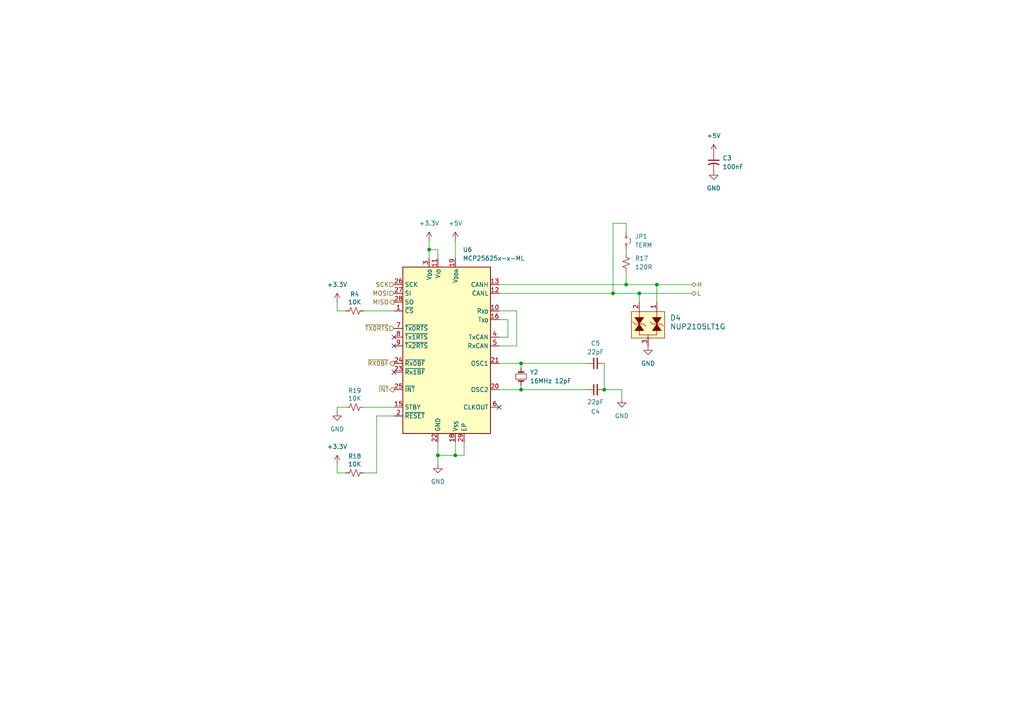
<source format=kicad_sch>
(kicad_sch (version 20250114) (generator "eeschema") (generator_version "9.0")
  (paper "A4")
  (title_block (title "LINBoard") (date "2025-07-11") (rev "V1") (company "Dingo Electronics") (comment 1 "Cory Grant"))
  (lib_symbols
    (symbol "Device:C_Small" (pin_numbers (hide yes)) (pin_names (offset 0.254) (hide yes))
      (property "Reference" "C" (at 0.254 1.778 0))
      (property "Value" "C_Small" (at 0.254 -2.032 0))
      (symbol "C_Small_0_1"
        (polyline (pts (xy -1.524 0.508) (xy 1.524 0.508)) (stroke (width 0.3048)))
        (polyline (pts (xy -1.524 -0.508) (xy 1.524 -0.508)) (stroke (width 0.3302)))
      )
      (symbol "C_Small_1_1"
        (pin passive line (at 0 2.54 270) (length 2.032) (name "~") (number "1"))
        (pin passive line (at 0 -2.54 90) (length 2.032) (name "~") (number "2"))
      )
    )
    (symbol "Device:C_Small_US" (pin_numbers (hide yes)) (pin_names (offset 0.254) (hide yes))
      (property "Reference" "C" (at 0.254 1.778 0))
      (property "Value" "C_Small_US" (at 0.254 -2.032 0))
      (symbol "C_Small_US_0_1"
        (polyline (pts (xy -1.524 0.508) (xy 1.524 0.508)) (stroke (width 0.3048)))
        (arc (start -1.524 -0.762) (mid 0 -0.3734) (end 1.524 -0.762) (stroke (width 0.3048)))
      )
      (symbol "C_Small_US_1_1"
        (pin passive line (at 0 2.54 270) (length 2.032) (name "~") (number "1"))
        (pin passive line (at 0 -2.54 90) (length 2.032) (name "~") (number "2"))
      )
    )
    (symbol "Device:Crystal_Small" (pin_numbers (hide yes)) (pin_names (offset 1.016) (hide yes))
      (property "Reference" "Y" (at 0 2.54 0))
      (property "Value" "Crystal_Small" (at 0 -2.54 0))
      (symbol "Crystal_Small_0_1"
        (polyline (pts (xy -1.27 -0.762) (xy -1.27 0.762)) (stroke (width 0.381)))
        (rectangle (start -0.762 -1.524) (end 0.762 1.524))
        (polyline (pts (xy 1.27 -0.762) (xy 1.27 0.762)) (stroke (width 0.381)))
      )
      (symbol "Crystal_Small_1_1"
        (pin passive line (at -2.54 0 0) (length 1.27) (name "1") (number "1"))
        (pin passive line (at 2.54 0 180) (length 1.27) (name "2") (number "2"))
      )
    )
    (symbol "Device:R_Small_US" (pin_numbers (hide yes)) (pin_names (offset 0.254) (hide yes))
      (property "Reference" "R" (at 0.762 0.508 0))
      (property "Value" "R_Small_US" (at 0.762 -1.016 0))
      (symbol "R_Small_US_1_1"
        (polyline (pts (xy 0 1.524) (xy 1.016 1.143) (xy 0 0.762) (xy -1.016 0.381) (xy 0 0)))
        (polyline (pts (xy 0 0) (xy 1.016 -0.381) (xy 0 -0.762) (xy -1.016 -1.143) (xy 0 -1.524)))
        (pin passive line (at 0 2.54 270) (length 1.016) (name "~") (number "1"))
        (pin passive line (at 0 -2.54 90) (length 1.016) (name "~") (number "2"))
      )
    )
    (symbol "Interface_CAN_LIN:MCP25625x-x-ML"
      (property "Reference" "U" (at -11.43 26.67 0))
      (property "Value" "MCP25625x-x-ML" (at 15.24 26.67 0))
      (symbol "MCP25625x-x-ML_0_1"
        (rectangle (start -12.7 25.4) (end 12.7 -22.86) (stroke (width 0.254)) (fill (type background)))
      )
      (symbol "MCP25625x-x-ML_1_0"
        (pin passive line (at 5.08 -25.4 90) (length 2.54) (name "EP") (number "29"))
      )
      (symbol "MCP25625x-x-ML_1_1"
        (pin input line (at -15.24 20.32 0) (length 2.54) (name "SCK") (number "26"))
        (pin input line (at -15.24 17.78 0) (length 2.54) (name "SI") (number "27"))
        (pin output line (at -15.24 15.24 0) (length 2.54) (name "SO") (number "28"))
        (pin input line (at -15.24 12.7 0) (length 2.54) (name "~{CS}") (number "1"))
        (pin input line (at -15.24 7.62 0) (length 2.54) (name "~{Tx0RTS}") (number "7"))
        (pin input line (at -15.24 5.08 0) (length 2.54) (name "~{Tx1RTS}") (number "8"))
        (pin input line (at -15.24 2.54 0) (length 2.54) (name "~{Tx2RTS}") (number "9"))
        (pin output line (at -15.24 -2.54 0) (length 2.54) (name "~{Rx0BF}") (number "24"))
        (pin output line (at -15.24 -5.08 0) (length 2.54) (name "~{Rx1BF}") (number "23"))
        (pin output line (at -15.24 -10.16 0) (length 2.54) (name "~{INT}") (number "25"))
        (pin input line (at -15.24 -15.24 0) (length 2.54) (name "STBY") (number "15"))
        (pin input line (at -15.24 -17.78 0) (length 2.54) (name "~{RESET}") (number "2"))
        (pin power_in line (at -5.08 27.94 270) (length 2.54) (name "V_{DD}") (number "3"))
        (pin power_in line (at -2.54 27.94 270) (length 2.54) (name "V_{IO}") (number "11"))
        (pin power_in line (at -2.54 -25.4 90) (length 2.54) (name "GND") (number "22"))
        (pin power_in line (at 2.54 27.94 270) (length 2.54) (name "V_{DDA}") (number "19"))
        (pin power_in line (at 2.54 -25.4 90) (length 2.54) (name "V_{SS}") (number "18"))
        (pin no_connect line (at 12.7 -17.78 180) (length 2.54) (hide yes) (name "NC") (number "14"))
        (pin no_connect line (at 12.7 -20.32 180) (length 2.54) (hide yes) (name "NC") (number "17"))
        (pin bidirectional line (at 15.24 20.32 180) (length 2.54) (name "CANH") (number "13"))
        (pin bidirectional line (at 15.24 17.78 180) (length 2.54) (name "CANL") (number "12"))
        (pin output line (at 15.24 12.7 180) (length 2.54) (name "R_{XD}") (number "10"))
        (pin input line (at 15.24 10.16 180) (length 2.54) (name "T_{XD}") (number "16"))
        (pin output line (at 15.24 5.08 180) (length 2.54) (name "TxCAN") (number "4"))
        (pin input line (at 15.24 2.54 180) (length 2.54) (name "RxCAN") (number "5"))
        (pin input line (at 15.24 -2.54 180) (length 2.54) (name "OSC1") (number "21"))
        (pin output line (at 15.24 -10.16 180) (length 2.54) (name "OSC2") (number "20"))
        (pin output line (at 15.24 -15.24 180) (length 2.54) (name "CLKOUT") (number "6"))
      )
    )
    (symbol "Jumper:Jumper_2_Small_Open" (pin_numbers (hide yes)) (pin_names (offset 0) (hide yes))
      (property "Reference" "JP" (at 0 2.794 0))
      (property "Value" "Jumper_2_Small_Open" (at 0 -2.286 0))
      (symbol "Jumper_2_Small_Open_0_0"
        (circle (center -1.016 0) (radius 0.254))
        (circle (center 1.016 0) (radius 0.254))
      )
      (symbol "Jumper_2_Small_Open_0_1"
        (arc (start -0.762 1.0196) (mid 0 1.2729) (end 0.762 1.0196))
      )
      (symbol "Jumper_2_Small_Open_1_1"
        (pin passive line (at -2.54 0 0) (length 1.27) (name "A") (number "1"))
        (pin passive line (at 2.54 0 180) (length 1.27) (name "B") (number "2"))
      )
    )
    (symbol "dk_TVS-Diodes:NUP2105LT1G" (pin_names (offset 1.016))
      (property "Reference" "D" (at -4.826 5.842 0))
      (property "Value" "NUP2105LT1G" (at 0 -6.35 0))
      (symbol "NUP2105LT1G_0_1"
        (polyline (pts (xy -6.35 -2.54) (xy -3.175 -2.54)))
        (polyline (pts (xy -3.175 3.81) (xy -3.175 1.27) (xy -1.27 2.54) (xy -3.175 3.81)) (fill (type outline)))
        (polyline (pts (xy -3.175 2.54) (xy -6.35 2.54)))
        (polyline (pts (xy -3.175 -1.27) (xy -3.175 -3.81) (xy -1.27 -2.54) (xy -3.175 -1.27)) (fill (type outline)))
        (polyline (pts (xy -1.27 3.81) (xy -1.27 1.27)))
        (polyline (pts (xy -1.27 3.81) (xy -0.635 4.445)))
        (polyline (pts (xy -1.27 1.27) (xy -1.905 0.635)))
        (polyline (pts (xy -1.27 -1.27) (xy -1.27 -3.81)))
        (polyline (pts (xy -1.27 -1.27) (xy -0.635 -0.635)))
        (polyline (pts (xy -1.27 -3.81) (xy -1.905 -4.445)))
        (polyline (pts (xy 0.635 3.81) (xy 0.635 1.27) (xy -1.27 2.54) (xy 0.635 3.81)) (fill (type outline)))
        (polyline (pts (xy 0.635 -1.27) (xy 0.635 -3.81) (xy -1.27 -2.54) (xy 0.635 -1.27)) (fill (type outline)))
      )
      (symbol "NUP2105LT1G_1_1"
        (rectangle (start -4.826 4.826) (end 2.794 -4.826) (fill (type background)))
        (polyline (pts (xy -1.27 2.54) (xy 1.8796 2.54) (xy 1.8796 -2.54)))
        (polyline (pts (xy 1.8796 -2.54) (xy 0.4064 -2.54)))
        (polyline (pts (xy 2.54 0) (xy 1.8796 0)))
        (pin passive line (at -7.62 2.54 0) (length 2.54) (name "~") (number "1"))
        (pin passive line (at -7.62 -2.54 0) (length 2.54) (name "~") (number "2"))
        (pin passive line (at 5.08 0 180) (length 2.54) (name "~") (number "3"))
      )
    )
    (symbol "power:+3.3V" (power) (pin_numbers (hide yes)) (pin_names (offset 0) (hide yes))
      (property "Value" "+3.3V" (at 0 3.556 0))
      (symbol "+3.3V_0_1"
        (polyline (pts (xy -0.762 1.27) (xy 0 2.54)))
        (polyline (pts (xy 0 2.54) (xy 0.762 1.27)))
        (polyline (pts (xy 0 0) (xy 0 2.54)))
      )
      (symbol "+3.3V_1_1"
        (pin power_in line (at 0 0 90) (length 0) (name "~") (number "1"))
      )
    )
    (symbol "power:+5V" (power) (pin_numbers (hide yes)) (pin_names (offset 0) (hide yes))
      (property "Value" "+5V" (at 0 3.556 0))
      (symbol "+5V_0_1"
        (polyline (pts (xy -0.762 1.27) (xy 0 2.54)))
        (polyline (pts (xy 0 2.54) (xy 0.762 1.27)))
        (polyline (pts (xy 0 0) (xy 0 2.54)))
      )
      (symbol "+5V_1_1"
        (pin power_in line (at 0 0 90) (length 0) (name "~") (number "1"))
      )
    )
    (symbol "power:GND" (power) (pin_numbers (hide yes)) (pin_names (offset 0) (hide yes))
      (property "Value" "GND" (at 0 -3.81 0))
      (symbol "GND_0_1"
        (polyline (pts (xy 0 0) (xy 0 -1.27) (xy 1.27 -1.27) (xy 0 -2.54) (xy -1.27 -1.27) (xy 0 -1.27)))
      )
      (symbol "GND_1_1"
        (pin power_in line (at 0 0 270) (length 0) (name "~") (number "1"))
      )
    )
  )
  (junction (at 177.8 85.09))
  (junction (at 181.61 82.55))
  (junction (at 124.46 72.39))
  (junction (at 190.5 82.55))
  (junction (at 151.13 105.41))
  (junction (at 132.08 132.08))
  (junction (at 151.13 113.03))
  (junction (at 127 132.08))
  (junction (at 185.42 85.09))
  (junction (at 175.26 113.03))
  (no_connect (at 144.78 118.11))
  (no_connect (at 114.3 107.95))
  (no_connect (at 114.3 97.79))
  (no_connect (at 114.3 100.33))
  (wire (pts (xy 151.13 113.03) (xy 151.13 111.76)))
  (wire (pts (xy 147.32 92.71) (xy 147.32 97.79)))
  (wire (pts (xy 181.61 72.39) (xy 181.61 73.66)))
  (wire (pts (xy 177.8 85.09) (xy 185.42 85.09)))
  (wire (pts (xy 144.78 105.41) (xy 151.13 105.41)))
  (wire (pts (xy 144.78 113.03) (xy 151.13 113.03)))
  (wire (pts (xy 175.26 105.41) (xy 175.26 113.03)))
  (wire (pts (xy 134.62 132.08) (xy 132.08 132.08)))
  (wire (pts (xy 97.79 137.16) (xy 97.79 134.62)))
  (wire (pts (xy 144.78 85.09) (xy 177.8 85.09)))
  (wire (pts (xy 97.79 90.17) (xy 97.79 87.63)))
  (wire (pts (xy 190.5 82.55) (xy 200.66 82.55)))
  (wire (pts (xy 124.46 72.39) (xy 124.46 74.93)))
  (wire (pts (xy 181.61 78.74) (xy 181.61 82.55)))
  (wire (pts (xy 109.22 120.65) (xy 109.22 137.16)))
  (wire (pts (xy 132.08 69.85) (xy 132.08 74.93)))
  (wire (pts (xy 114.3 90.17) (xy 105.41 90.17)))
  (wire (pts (xy 132.08 128.27) (xy 132.08 132.08)))
  (wire (pts (xy 100.33 118.11) (xy 97.79 118.11)))
  (wire (pts (xy 181.61 64.77) (xy 181.61 67.31)))
  (wire (pts (xy 97.79 118.11) (xy 97.79 119.38)))
  (wire (pts (xy 181.61 82.55) (xy 190.5 82.55)))
  (wire (pts (xy 185.42 85.09) (xy 200.66 85.09)))
  (wire (pts (xy 151.13 105.41) (xy 170.18 105.41)))
  (wire (pts (xy 177.8 64.77) (xy 181.61 64.77)))
  (wire (pts (xy 114.3 118.11) (xy 105.41 118.11)))
  (wire (pts (xy 144.78 82.55) (xy 181.61 82.55)))
  (wire (pts (xy 151.13 105.41) (xy 151.13 106.68)))
  (wire (pts (xy 127 74.93) (xy 127 72.39)))
  (wire (pts (xy 100.33 137.16) (xy 97.79 137.16)))
  (wire (pts (xy 147.32 97.79) (xy 144.78 97.79)))
  (wire (pts (xy 149.86 100.33) (xy 144.78 100.33)))
  (wire (pts (xy 124.46 69.85) (xy 124.46 72.39)))
  (wire (pts (xy 175.26 113.03) (xy 180.34 113.03)))
  (wire (pts (xy 180.34 113.03) (xy 180.34 115.57)))
  (wire (pts (xy 185.42 85.09) (xy 185.42 87.63)))
  (wire (pts (xy 190.5 82.55) (xy 190.5 87.63)))
  (wire (pts (xy 151.13 113.03) (xy 170.18 113.03)))
  (wire (pts (xy 109.22 137.16) (xy 105.41 137.16)))
  (wire (pts (xy 144.78 90.17) (xy 149.86 90.17)))
  (wire (pts (xy 132.08 132.08) (xy 127 132.08)))
  (wire (pts (xy 134.62 128.27) (xy 134.62 132.08)))
  (wire (pts (xy 127 128.27) (xy 127 132.08)))
  (wire (pts (xy 144.78 92.71) (xy 147.32 92.71)))
  (wire (pts (xy 114.3 120.65) (xy 109.22 120.65)))
  (wire (pts (xy 124.46 72.39) (xy 127 72.39)))
  (wire (pts (xy 100.33 90.17) (xy 97.79 90.17)))
  (wire (pts (xy 149.86 90.17) (xy 149.86 100.33)))
  (wire (pts (xy 127 132.08) (xy 127 134.62)))
  (wire (pts (xy 177.8 64.77) (xy 177.8 85.09)))
  (hierarchical_label "~{INT}" (shape output) (at 114.3 113.03 180))
  (hierarchical_label "H" (shape bidirectional) (at 200.66 82.55 0))
  (hierarchical_label "MISO" (shape output) (at 114.3 87.63 180))
  (hierarchical_label "SCK" (shape input) (at 114.3 82.55 180))
  (hierarchical_label "L" (shape bidirectional) (at 200.66 85.09 0))
  (hierarchical_label "~{TX0RTS}" (shape input) (at 114.3 95.25 180))
  (hierarchical_label "MOSI" (shape input) (at 114.3 85.09 180))
  (hierarchical_label "~{RX0BF}" (shape output) (at 114.3 105.41 180))
  (symbol (lib_id "Interface_CAN_LIN:MCP25625x-x-ML") (at 129.54 102.87 0) (unit 1)
    (property "Reference" "U6" (at 134.2233 72.39 0) (effects (justify left)))
    (property "Value" "MCP25625x-x-ML" (at 134.2233 74.93 0) (effects (justify left)))
    (property "Footprint" "Package_DFN_QFN:QFN-28-1EP_6x6mm_P0.65mm_EP4.25x4.25mm" (effects (hide yes)))
    (property "Datasheet" "https://ww1.microchip.com/downloads/aemDocuments/documents/OTH/ProductDocuments/DataSheets/MCP25625-CAN-Controller-Data-Sheet-20005282C.pdf" (effects (hide yes)))
    (property "Description" "Stand-Alone CAN Controller with SPI Interface and integated Transceiver, VQFN-28" (effects (hide yes)))
  )
  (symbol (lib_id "power:GND") (at 97.79 119.38 0) (unit 1)
    (property "Reference" "#PWR043" (effects (hide yes)))
    (property "Value" "GND" (at 97.79 124.46 0))
    (property "Description" "Power symbol creates a global label with name \"GND\" , ground" (effects (hide yes)))
  )
  (symbol (lib_id "power:+5V") (at 207.01 44.45 0) (unit 1)
    (property "Reference" "#PWR012" (effects (hide yes)))
    (property "Value" "+5V" (at 207.01 39.37 0))
    (property "Description" "Power symbol creates a global label with name \"+5V\"" (effects (hide yes)))
  )
  (symbol (lib_id "power:GND") (at 187.96 100.33 0) (unit 1)
    (property "Reference" "#PWR010" (effects (hide yes)))
    (property "Value" "GND" (at 187.96 105.41 0))
    (property "Description" "Power symbol creates a global label with name \"GND\" , ground" (effects (hide yes)))
  )
  (symbol (lib_id "power:GND") (at 127 134.62 0) (unit 1)
    (property "Reference" "#PWR022" (effects (hide yes)))
    (property "Value" "GND" (at 127 139.7 0))
    (property "Description" "Power symbol creates a global label with name \"GND\" , ground" (effects (hide yes)))
  )
  (symbol (lib_id "Device:R_Small_US") (at 102.87 137.16 90) (unit 1)
    (property "Reference" "R18" (at 102.87 132.334 90))
    (property "Value" "10K" (at 102.87 134.62 90))
    (property "Footprint" "Resistor_SMD:R_0603_1608Metric" (effects (hide yes)))
    (property "Description" "Resistor, small US symbol" (effects (hide yes)))
  )
  (symbol (lib_id "power:+3.3V") (at 124.46 69.85 0) (unit 1)
    (property "Reference" "#PWR020" (effects (hide yes)))
    (property "Value" "+3.3V" (at 124.46 64.77 0))
    (property "Description" "Power symbol creates a global label with name \"+3.3V\"" (effects (hide yes)))
  )
  (symbol (lib_id "Jumper:Jumper_2_Small_Open") (at 181.61 69.85 270) (unit 1)
    (property "Reference" "JP1" (at 184.15 68.5799 90) (effects (justify left)))
    (property "Value" "TERM" (at 184.15 71.1199 90) (effects (justify left)))
    (property "Footprint" "Jumper:SolderJumper-2_P1.3mm_Open_RoundedPad1.0x1.5mm" (effects (hide yes)))
    (property "Description" "Jumper, 2-pole, small symbol, open" (effects (hide yes)))
  )
  (symbol (lib_id "Device:R_Small_US") (at 102.87 118.11 90) (unit 1)
    (property "Reference" "R19" (at 102.87 113.284 90))
    (property "Value" "10K" (at 102.87 115.57 90))
    (property "Footprint" "Resistor_SMD:R_0603_1608Metric" (effects (hide yes)))
    (property "Description" "Resistor, small US symbol" (effects (hide yes)))
  )
  (symbol (lib_id "Device:C_Small") (at 172.72 105.41 90) (unit 1)
    (property "Reference" "C5" (at 172.72 99.568 90))
    (property "Value" "22pF" (at 172.72 102.108 90))
    (property "Footprint" "Capacitor_SMD:C_0603_1608Metric" (effects (hide yes)))
    (property "Description" "Unpolarized capacitor, small symbol" (effects (hide yes)))
  )
  (symbol (lib_id "power:GND") (at 207.01 49.53 0) (unit 1)
    (property "Reference" "#PWR011" (effects (hide yes)))
    (property "Value" "GND" (at 207.01 54.61 0))
    (property "Description" "Power symbol creates a global label with name \"GND\" , ground" (effects (hide yes)))
  )
  (symbol (lib_id "dk_TVS-Diodes:NUP2105LT1G") (at 187.96 95.25 270) (unit 1)
    (property "Reference" "D4" (at 194.31 92.2019 90) (effects (font (size 1.524 1.524)) (justify left)))
    (property "Value" "NUP2105LT1G" (at 194.31 94.7419 90) (effects (font (size 1.524 1.524)) (justify left)))
    (property "Footprint" "digikey-footprints:SOT-23-3" (effects (hide yes)))
    (property "Datasheet" "http://www.onsemi.com/pub/Collateral/NUP2105L-D.PDF" (effects (hide yes)))
    (property "Description" "TVS DIODE 24V 44V SOT23-3" (effects (hide yes)))
    (property "Digi-Key_PN" "NUP2105LT1GOSCT-ND" (effects (hide yes)))
    (property "MPN" "NUP2105LT1G" (effects (hide yes)))
    (property "Category" "Circuit Protection" (effects (hide yes)))
    (property "Family" "TVS - Diodes" (effects (hide yes)))
    (property "DK_Datasheet_Link" "http://www.onsemi.com/pub/Collateral/NUP2105L-D.PDF" (effects (hide yes)))
    (property "DK_Detail_Page" "/product-detail/en/on-semiconductor/NUP2105LT1G/NUP2105LT1GOSCT-ND/1485001" (effects (hide yes)))
    (property "Description_1" "TVS DIODE 24V 44V SOT23-3" (effects (hide yes)))
    (property "Manufacturer" "ON Semiconductor" (effects (hide yes)))
    (property "Status" "Active" (effects (hide yes)))
  )
  (symbol (lib_id "power:+3.3V") (at 97.79 134.62 0) (unit 1)
    (property "Reference" "#PWR042" (effects (hide yes)))
    (property "Value" "+3.3V" (at 97.79 129.54 0))
    (property "Description" "Power symbol creates a global label with name \"+3.3V\"" (effects (hide yes)))
  )
  (symbol (lib_id "power:+5V") (at 132.08 69.85 0) (unit 1)
    (property "Reference" "#PWR021" (effects (hide yes)))
    (property "Value" "+5V" (at 132.08 64.77 0))
    (property "Description" "Power symbol creates a global label with name \"+5V\"" (effects (hide yes)))
  )
  (symbol (lib_id "power:+3.3V") (at 97.79 87.63 0) (unit 1)
    (property "Reference" "#PWR023" (effects (hide yes)))
    (property "Value" "+3.3V" (at 97.79 82.55 0))
    (property "Description" "Power symbol creates a global label with name \"+3.3V\"" (effects (hide yes)))
  )
  (symbol (lib_id "Device:C_Small") (at 172.72 113.03 90) (unit 1)
    (property "Reference" "C4" (at 172.72 119.38 90))
    (property "Value" "22pF" (at 172.72 116.586 90))
    (property "Footprint" "Capacitor_SMD:C_0603_1608Metric" (effects (hide yes)))
    (property "Description" "Unpolarized capacitor, small symbol" (effects (hide yes)))
  )
  (symbol (lib_id "Device:Crystal_Small") (at 151.13 109.22 90) (unit 1)
    (property "Reference" "Y2" (at 153.67 107.9499 90) (effects (justify right)))
    (property "Value" "16MHz 12pF" (at 153.67 110.4899 90) (effects (justify right)))
    (property "Description" "Two pin crystal, small symbol" (effects (hide yes)))
  )
  (symbol (lib_id "Device:R_Small_US") (at 102.87 90.17 90) (unit 1)
    (property "Reference" "R4" (at 102.87 85.344 90))
    (property "Value" "10K" (at 102.87 87.63 90))
    (property "Footprint" "Resistor_SMD:R_0603_1608Metric" (effects (hide yes)))
    (property "Description" "Resistor, small US symbol" (effects (hide yes)))
  )
  (symbol (lib_id "Device:R_Small_US") (at 181.61 76.2 0) (unit 1)
    (property "Reference" "R17" (at 184.15 74.9299 0) (effects (justify left)))
    (property "Value" "120R" (at 184.15 77.4699 0) (effects (justify left)))
    (property "Footprint" "Resistor_SMD:R_0603_1608Metric" (effects (hide yes)))
    (property "Description" "Resistor, small US symbol" (effects (hide yes)))
  )
  (symbol (lib_id "power:GND") (at 180.34 115.57 0) (unit 1)
    (property "Reference" "#PWR024" (effects (hide yes)))
    (property "Value" "GND" (at 180.34 120.65 0))
    (property "Description" "Power symbol creates a global label with name \"GND\" , ground" (effects (hide yes)))
  )
  (symbol (lib_id "Device:C_Small_US") (at 207.01 46.99 0) (unit 1)
    (property "Reference" "C3" (at 209.55 45.8469 0) (effects (justify left)))
    (property "Value" "100nF" (at 209.55 48.3869 0) (effects (justify left)))
    (property "Footprint" "Capacitor_SMD:C_0603_1608Metric" (effects (hide yes)))
    (property "Description" "capacitor, small US symbol" (effects (hide yes)))
  )
)
</source>
